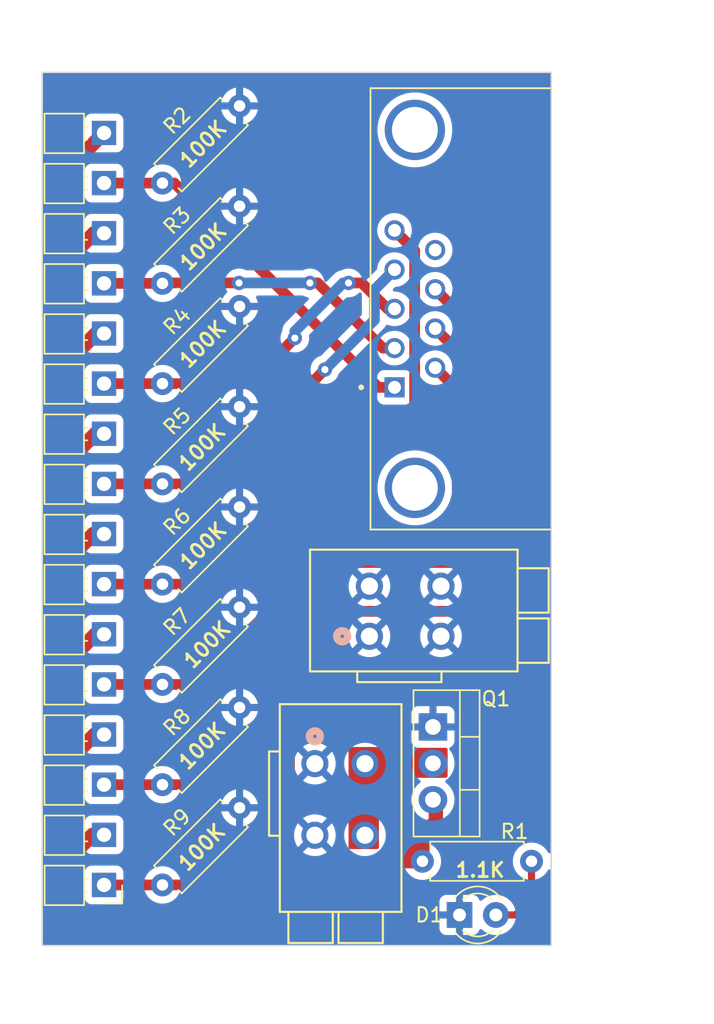
<source format=kicad_pcb>
(kicad_pcb (version 20241229) (generator "pcbnew") (generator_version "9.0")
  (layers (0 "F.Cu" signal) (2 "B.Cu" power) (13 "F.Paste" user) (15 "B.Paste" user) (5 "F.SilkS" user "F.Silkscreen") (7 "B.SilkS" user "B.Silkscreen") (1 "F.Mask" user) (3 "B.Mask" user) (25 "Edge.Cuts" user))
  (net 0 "")
  (net 1 "Net-(D1-A)")
  (net 2 "GND")
  (net 3 "CH_0b")
  (net 4 "CH_4b")
  (net 5 "CH_5b")
  (net 6 "CH_7b")
  (net 7 "CH_2b")
  (net 8 "CH_6b")
  (net 9 "CH_1b")
  (net 10 "CH_3b")
  (net 11 "PWR_IN")
  (net 12 "+24V")
  (footprint "Resistor_THT:R_Axial_DIN0207_L6.3mm_D2.5mm_P7.62mm_Horizontal" (layer "F.Cu") (at 33.8 75.13 45)
    (property "Reference" "R8" (at 3.81 -2.37 45) (layer "F.SilkS"))
    (property "Value" "100K")
    (fp_line (start 0.54 -1.37) (end 7.08 -1.37) (stroke (width 0.12)) (layer "F.SilkS"))
    (fp_line (start 0.54 -1.04) (end 0.54 -1.37) (stroke (width 0.12)) (layer "F.SilkS"))
    (fp_line (start 0.54 1.04) (end 0.54 1.37) (stroke (width 0.12)) (layer "F.SilkS"))
    (fp_line (start 0.54 1.37) (end 7.08 1.37) (stroke (width 0.12)) (layer "F.SilkS"))
    (fp_line (start 7.08 -1.37) (end 7.08 -1.04) (stroke (width 0.12)) (layer "F.SilkS"))
    (fp_line (start 7.08 1.37) (end 7.08 1.04) (stroke (width 0.12)) (layer "F.SilkS"))
    (pad "1" thru_hole circle (at 0 0 45) (size 1.6 1.6) (drill 0.8) (layers "*.Cu" "*.Mask") (net 8 "CH_6b"))
    (pad "2" thru_hole circle (at 7.62 0 45) (size 1.6 1.6) (drill 0.8) (layers "*.Cu" "*.Mask") (net 2 "GND"))
  )
  (footprint "Resistor_THT:R_Axial_DIN0207_L6.3mm_D2.5mm_P7.62mm_Horizontal" (layer "F.Cu") (at 33.8 68.13 45)
    (property "Reference" "R7" (at 3.81 -2.37 45) (layer "F.SilkS"))
    (property "Value" "100K")
    (fp_line (start 0.54 -1.37) (end 7.08 -1.37) (stroke (width 0.12)) (layer "F.SilkS"))
    (fp_line (start 0.54 -1.04) (end 0.54 -1.37) (stroke (width 0.12)) (layer "F.SilkS"))
    (fp_line (start 0.54 1.04) (end 0.54 1.37) (stroke (width 0.12)) (layer "F.SilkS"))
    (fp_line (start 0.54 1.37) (end 7.08 1.37) (stroke (width 0.12)) (layer "F.SilkS"))
    (fp_line (start 7.08 -1.37) (end 7.08 -1.04) (stroke (width 0.12)) (layer "F.SilkS"))
    (fp_line (start 7.08 1.37) (end 7.08 1.04) (stroke (width 0.12)) (layer "F.SilkS"))
    (pad "1" thru_hole circle (at 0 0 45) (size 1.6 1.6) (drill 0.8) (layers "*.Cu" "*.Mask") (net 5 "CH_5b"))
    (pad "2" thru_hole circle (at 7.62 0 45) (size 1.6 1.6) (drill 0.8) (layers "*.Cu" "*.Mask") (net 2 "GND"))
  )
  (footprint "Resistor_THT:R_Axial_DIN0207_L6.3mm_D2.5mm_P7.62mm_Horizontal" (layer "F.Cu") (at 33.8 47.13 45)
    (property "Reference" "R4" (at 3.81 -2.37 45) (layer "F.SilkS"))
    (property "Value" "100K")
    (fp_line (start 0.54 -1.37) (end 7.08 -1.37) (stroke (width 0.12)) (layer "F.SilkS"))
    (fp_line (start 0.54 -1.04) (end 0.54 -1.37) (stroke (width 0.12)) (layer "F.SilkS"))
    (fp_line (start 0.54 1.04) (end 0.54 1.37) (stroke (width 0.12)) (layer "F.SilkS"))
    (fp_line (start 0.54 1.37) (end 7.08 1.37) (stroke (width 0.12)) (layer "F.SilkS"))
    (fp_line (start 7.08 -1.37) (end 7.08 -1.04) (stroke (width 0.12)) (layer "F.SilkS"))
    (fp_line (start 7.08 1.37) (end 7.08 1.04) (stroke (width 0.12)) (layer "F.SilkS"))
    (pad "1" thru_hole circle (at 0 0 45) (size 1.6 1.6) (drill 0.8) (layers "*.Cu" "*.Mask") (net 7 "CH_2b"))
    (pad "2" thru_hole circle (at 7.62 0 45) (size 1.6 1.6) (drill 0.8) (layers "*.Cu" "*.Mask") (net 2 "GND"))
  )
  (footprint "Resistor_THT:R_Axial_DIN0207_L6.3mm_D2.5mm_P7.62mm_Horizontal" (layer "F.Cu") (at 33.8 61.13 45)
    (property "Reference" "R6" (at 3.81 -2.37 45) (layer "F.SilkS"))
    (property "Value" "100K")
    (fp_line (start 0.54 -1.37) (end 7.08 -1.37) (stroke (width 0.12)) (layer "F.SilkS"))
    (fp_line (start 0.54 -1.04) (end 0.54 -1.37) (stroke (width 0.12)) (layer "F.SilkS"))
    (fp_line (start 0.54 1.04) (end 0.54 1.37) (stroke (width 0.12)) (layer "F.SilkS"))
    (fp_line (start 0.54 1.37) (end 7.08 1.37) (stroke (width 0.12)) (layer "F.SilkS"))
    (fp_line (start 7.08 -1.37) (end 7.08 -1.04) (stroke (width 0.12)) (layer "F.SilkS"))
    (fp_line (start 7.08 1.37) (end 7.08 1.04) (stroke (width 0.12)) (layer "F.SilkS"))
    (pad "1" thru_hole circle (at 0 0 45) (size 1.6 1.6) (drill 0.8) (layers "*.Cu" "*.Mask") (net 4 "CH_4b"))
    (pad "2" thru_hole circle (at 7.62 0 45) (size 1.6 1.6) (drill 0.8) (layers "*.Cu" "*.Mask") (net 2 "GND"))
  )
  (footprint "Resistor_THT:R_Axial_DIN0207_L6.3mm_D2.5mm_P7.62mm_Horizontal" (layer "F.Cu") (at 33.8 82.13 45)
    (property "Reference" "R9" (at 3.81 -2.37 45) (layer "F.SilkS"))
    (property "Value" "100K")
    (fp_line (start 0.54 -1.37) (end 7.08 -1.37) (stroke (width 0.12)) (layer "F.SilkS"))
    (fp_line (start 0.54 -1.04) (end 0.54 -1.37) (stroke (width 0.12)) (layer "F.SilkS"))
    (fp_line (start 0.54 1.04) (end 0.54 1.37) (stroke (width 0.12)) (layer "F.SilkS"))
    (fp_line (start 0.54 1.37) (end 7.08 1.37) (stroke (width 0.12)) (layer "F.SilkS"))
    (fp_line (start 7.08 -1.37) (end 7.08 -1.04) (stroke (width 0.12)) (layer "F.SilkS"))
    (fp_line (start 7.08 1.37) (end 7.08 1.04) (stroke (width 0.12)) (layer "F.SilkS"))
    (pad "1" thru_hole circle (at 0 0 45) (size 1.6 1.6) (drill 0.8) (layers "*.Cu" "*.Mask") (net 6 "CH_7b"))
    (pad "2" thru_hole circle (at 7.62 0 45) (size 1.6 1.6) (drill 0.8) (layers "*.Cu" "*.Mask") (net 2 "GND"))
  )
  (footprint "Package_TO_SOT_THT:TO-220-3_Vertical" (layer "F.Cu") (at 52.7 71.1 -90)
    (property "Reference" "Q1" (at -1.96 -4.4 0) (layer "F.SilkS"))
    (property "Value" "FQP27P06")
    (fp_line (start -2.57 1.36) (end 7.65 1.36) (stroke (width 0.12)) (layer "F.SilkS"))
    (fp_line (start -2.57 -1.88) (end 7.65 -1.88) (stroke (width 0.12)) (layer "F.SilkS"))
    (fp_line (start 0.69 -3.26) (end 0.69 -1.88) (stroke (width 0.12)) (layer "F.SilkS"))
    (fp_line (start 4.39 -3.26) (end 4.39 -1.88) (stroke (width 0.12)) (layer "F.SilkS"))
    (fp_line (start 7.65 -3.26) (end 7.65 1.36) (stroke (width 0.12)) (layer "F.SilkS"))
    (fp_line (start -2.57 -3.260001) (end -2.57 1.36) (stroke (width 0.12)) (layer "F.SilkS"))
    (fp_line (start -2.57 -3.260001) (end 7.65 -3.26) (stroke (width 0.12)) (layer "F.SilkS"))
    (pad "1" thru_hole rect (at 0 0 270) (size 1.905 2) (drill 1.1) (layers "*.Cu" "*.Mask") (net 2 "GND"))
    (pad "2" thru_hole oval (at 2.54 0 270) (size 1.905 2) (drill 1.1) (layers "*.Cu" "*.Mask") (net 11 "PWR_IN"))
    (pad "3" thru_hole oval (at 5.079999 0 270) (size 1.905 2) (drill 1.1) (layers "*.Cu" "*.Mask") (net 12 "+24V"))
  )
  (footprint "LED_THT:LED_D3.0mm_FlatTop" (layer "F.Cu") (at 54.555 84.225)
    (property "Reference" "D1" (at -2.105 0 0) (layer "F.SilkS"))
    (property "Value" "LED")
    (fp_line (start -0.29 -1.236) (end -0.29 -1.08) (stroke (width 0.12)) (layer "F.SilkS"))
    (fp_line (start -0.29 1.08) (end -0.29 1.236) (stroke (width 0.12)) (layer "F.SilkS"))
    (fp_arc (start -0.29 -1.235516) (mid 1.36566 -1.987699) (end 2.941437 -1.08) (stroke (width 0.12)) (layer "F.SilkS"))
    (fp_arc (start 0.229039 -1.08) (mid 1.27 -1.5) (end 2.310961 -1.08) (stroke (width 0.12)) (layer "F.SilkS"))
    (fp_arc (start 2.310961 1.08) (mid 1.27 1.5) (end 0.229039 1.08) (stroke (width 0.12)) (layer "F.SilkS"))
    (fp_arc (start 2.941437 1.08) (mid 1.36566 1.987699) (end -0.29 1.235516) (stroke (width 0.12)) (layer "F.SilkS"))
    (pad "1" thru_hole rect (at 0 0) (size 1.8 1.8) (drill 0.9) (layers "*.Cu" "*.Mask") (net 2 "GND"))
    (pad "2" thru_hole circle (at 2.54 0) (size 1.8 1.8) (drill 0.9) (layers "*.Cu" "*.Mask") (net 1 "Net-(D1-A)"))
  )
  (footprint "Resistor_THT:R_Axial_DIN0207_L6.3mm_D2.5mm_P7.62mm_Horizontal" (layer "F.Cu") (at 33.8 54.13 45)
    (property "Reference" "R5" (at 3.81 -2.37 45) (layer "F.SilkS"))
    (property "Value" "100K")
    (fp_line (start 0.54 -1.37) (end 7.08 -1.37) (stroke (width 0.12)) (layer "F.SilkS"))
    (fp_line (start 0.54 -1.04) (end 0.54 -1.37) (stroke (width 0.12)) (layer "F.SilkS"))
    (fp_line (start 0.54 1.04) (end 0.54 1.37) (stroke (width 0.12)) (layer "F.SilkS"))
    (fp_line (start 0.54 1.37) (end 7.08 1.37) (stroke (width 0.12)) (layer "F.SilkS"))
    (fp_line (start 7.08 -1.37) (end 7.08 -1.04) (stroke (width 0.12)) (layer "F.SilkS"))
    (fp_line (start 7.08 1.37) (end 7.08 1.04) (stroke (width 0.12)) (layer "F.SilkS"))
    (pad "1" thru_hole circle (at 0 0 45) (size 1.6 1.6) (drill 0.8) (layers "*.Cu" "*.Mask") (net 10 "CH_3b"))
    (pad "2" thru_hole circle (at 7.62 0 45) (size 1.6 1.6) (drill 0.8) (layers "*.Cu" "*.Mask") (net 2 "GND"))
  )
  (footprint "Conn3.5MMPins:01x16 Horiz Pins" (layer "F.Cu") (at 29.718 55.88 180)
    (property "Reference" "J2" (hide yes))
    (property "Value" "TO_NI_MODULE")
    (fp_line (start 4.16 27.6) (end 4.16 24.84) (stroke (width 0.12)) (layer "F.SilkS"))
    (fp_line (start 4.16 24.84) (end 1.4 24.84) (stroke (width 0.12)) (layer "F.SilkS"))
    (fp_line (start 4.16 24.1) (end 4.16 21.34) (stroke (width 0.12)) (layer "F.SilkS"))
    (fp_line (start 4.16 21.34) (end 1.4 21.34) (stroke (width 0.12)) (layer "F.SilkS"))
    (fp_line (start 4.16 20.6) (end 4.16 17.84) (stroke (width 0.12)) (layer "F.SilkS"))
    (fp_line (start 4.16 17.84) (end 1.4 17.84) (stroke (width 0.12)) (layer "F.SilkS"))
    (fp_line (start 4.16 17.1) (end 4.16 14.34) (stroke (width 0.12)) (layer "F.SilkS"))
    (fp_line (start 4.16 14.34) (end 1.4 14.34) (stroke (width 0.12)) (layer "F.SilkS"))
    (fp_line (start 4.16 13.6) (end 4.16 10.84) (stroke (width 0.12)) (layer "F.SilkS"))
    (fp_line (start 4.16 10.84) (end 1.4 10.84) (stroke (width 0.12)) (layer "F.SilkS"))
    (fp_line (start 4.16 10.1) (end 4.16 7.34) (stroke (width 0.12)) (layer "F.SilkS"))
    (fp_line (start 4.16 7.34) (end 1.4 7.34) (stroke (width 0.12)) (layer "F.SilkS"))
    (fp_line (start 4.16 6.6) (end 4.16 3.84) (stroke (width 0.12)) (layer "F.SilkS"))
    (fp_line (start 4.16 3.84) (end 1.4 3.84) (stroke (width 0.12)) (layer "F.SilkS"))
    (fp_line (start 4.16 3.1) (end 4.16 0.34) (stroke (width 0.12)) (layer "F.SilkS"))
    (fp_line (start 4.16 0.34) (end 1.4 0.34) (stroke (width 0.12)) (layer "F.SilkS"))
    (fp_line (start 4.16 -0.4) (end 4.16 -3.16) (stroke (width 0.12)) (layer "F.SilkS"))
    (fp_line (start 4.16 -3.16) (end 1.4 -3.16) (stroke (width 0.12)) (layer "F.SilkS"))
    (fp_line (start 4.16 -3.9) (end 4.16 -6.66) (stroke (width 0.12)) (layer "F.SilkS"))
    (fp_line (start 4.16 -6.66) (end 1.4 -6.66) (stroke (width 0.12)) (layer "F.SilkS"))
    (fp_line (start 4.16 -7.4) (end 4.16 -10.16) (stroke (width 0.12)) (layer "F.SilkS"))
    (fp_line (start 4.16 -10.16) (end 1.4 -10.16) (stroke (width 0.12)) (layer "F.SilkS"))
    (fp_line (start 4.16 -10.9) (end 4.16 -13.66) (stroke (width 0.12)) (layer "F.SilkS"))
    (fp_line (start 4.16 -13.66) (end 1.4 -13.66) (stroke (width 0.12)) (layer "F.SilkS"))
    (fp_line (start 4.16 -14.4) (end 4.16 -17.16) (stroke (width 0.12)) (layer "F.SilkS"))
    (fp_line (start 4.16 -17.16) (end 1.4 -17.16) (stroke (width 0.12)) (layer "F.SilkS"))
    (fp_line (start 4.16 -17.9) (end 4.16 -20.66) (stroke (width 0.12)) (layer "F.SilkS"))
    (fp_line (start 4.16 -20.66) (end 1.4 -20.66) (stroke (width 0.12)) (layer "F.SilkS"))
    (fp_line (start 4.15 -21.4) (end 4.15 -24.16) (stroke (width 0.12)) (layer "F.SilkS"))
    (fp_line (start 4.15 -24.16) (end 1.39 -24.16) (stroke (width 0.12)) (layer "F.SilkS"))
    (fp_line (start 4.15 -24.9) (end 4.15 -27.66) (stroke (width 0.12)) (layer "F.SilkS"))
    (fp_line (start 4.15 -27.66) (end 1.39 -27.66) (stroke (width 0.12)) (layer "F.SilkS"))
    (fp_line (start 1.4 27.6) (end 4.16 27.6) (stroke (width 0.12)) (layer "F.SilkS"))
    (fp_line (start 1.4 24.84) (end 1.4 27.6) (stroke (width 0.12)) (layer "F.SilkS"))
    (fp_line (start 1.4 24.1) (end 4.16 24.1) (stroke (width 0.12)) (layer "F.SilkS"))
    (fp_line (start 1.4 21.34) (end 1.4 24.1) (stroke (width 0.12)) (layer "F.SilkS"))
    (fp_line (start 1.4 20.6) (end 4.16 20.6) (stroke (width 0.12)) (layer "F.SilkS"))
    (fp_line (start 1.4 17.84) (end 1.4 20.6) (stroke (width 0.12)) (layer "F.SilkS"))
    (fp_line (start 1.4 17.1) (end 4.16 17.1) (stroke (width 0.12)) (layer "F.SilkS"))
    (fp_line (start 1.4 14.34) (end 1.4 17.1) (stroke (width 0.12)) (layer "F.SilkS"))
    (fp_line (start 1.4 13.6) (end 4.16 13.6) (stroke (width 0.12)) (layer "F.SilkS"))
    (fp_line (start 1.4 10.84) (end 1.4 13.6) (stroke (width 0.12)) (layer "F.SilkS"))
    (fp_line (start 1.4 10.1) (end 4.16 10.1) (stroke (width 0.12)) (layer "F.SilkS"))
    (fp_line (start 1.4 7.34) (end 1.4 10.1) (stroke (width 0.12)) (layer "F.SilkS"))
    (fp_line (start 1.4 6.6) (end 4.16 6.6) (stroke (width 0.12)) (layer "F.SilkS"))
    (fp_line (start 1.4 3.84) (end 1.4 6.6) (stroke (width 0.12)) (layer "F.SilkS"))
    (fp_line (start 1.4 3.1) (end 4.16 3.1) (stroke (width 0.12)) (layer "F.SilkS"))
    (fp_line (start 1.4 0.34) (end 1.4 3.1) (stroke (width 0.12)) (layer "F.SilkS"))
    (fp_line (start 1.4 -0.4) (end 4.16 -0.4) (stroke (width 0.12)) (layer "F.SilkS"))
    (fp_line (start 1.4 -3.16) (end 1.4 -0.4) (stroke (width 0.12)) (layer "F.SilkS"))
    (fp_line (start 1.4 -3.9) (end 4.16 -3.9) (stroke (width 0.12)) (layer "F.SilkS"))
    (fp_line (start 1.4 -6.66) (end 1.4 -3.9) (stroke (width 0.12)) (layer "F.SilkS"))
    (fp_line (start 1.4 -7.4) (end 4.16 -7.4) (stroke (width 0.12)) (layer "F.SilkS"))
    (fp_line (start 1.4 -10.16) (end 1.4 -7.4) (stroke (width 0.12)) (layer "F.SilkS"))
    (fp_line (start 1.4 -10.9) (end 4.16 -10.9) (stroke (width 0.12)) (layer "F.SilkS"))
    (fp_line (start 1.4 -13.66) (end 1.4 -10.9) (stroke (width 0.12)) (layer "F.SilkS"))
    (fp_line (start 1.4 -14.4) (end 4.16 -14.4) (stroke (width 0.12)) (layer "F.SilkS"))
    (fp_line (start 1.4 -17.16) (end 1.4 -14.4) (stroke (width 0.12)) (layer "F.SilkS"))
    (fp_line (start 1.4 -17.9) (end 4.16 -17.9) (stroke (width 0.12)) (layer "F.SilkS"))
    (fp_line (start 1.4 -20.66) (end 1.4 -17.9) (stroke (width 0.12)) (layer "F.SilkS"))
    (fp_line (start 1.39 -21.4) (end 4.15 -21.4) (stroke (width 0.12)) (layer "F.SilkS"))
    (fp_line (start 1.39 -24.16) (end 1.39 -21.4) (stroke (width 0.12)) (layer "F.SilkS"))
    (fp_line (start 1.39 -24.9) (end 4.15 -24.9) (stroke (width 0.12)) (layer "F.SilkS"))
    (fp_line (start 1.39 -27.66) (end 1.39 -24.9) (stroke (width 0.12)) (layer "F.SilkS"))
    (fp_line (start 1.17 26.65) (end 1.4 26.65) (stroke (width 0.12)) (layer "F.SilkS"))
    (fp_line (start 1.17 25.79) (end 1.4 25.79) (stroke (width 0.12)) (layer "F.SilkS"))
    (fp_line (start 1.17 23.15) (end 1.4 23.15) (stroke (width 0.12)) (layer "F.SilkS"))
    (fp_line (start 1.17 22.29) (end 1.4 22.29) (stroke (width 0.12)) (layer "F.SilkS"))
    (fp_line (start 1.17 19.65) (end 1.4 19.65) (stroke (width 0.12)) (layer "F.SilkS"))
    (fp_line (start 1.17 18.79) (end 1.4 18.79) (stroke (width 0.12)) (layer "F.SilkS"))
    (fp_line (start 1.17 16.15) (end 1.4 16.15) (stroke (width 0.12)) (layer "F.SilkS"))
    (fp_line (start 1.17 15.29) (end 1.4 15.29) (stroke (width 0.12)) (layer "F.SilkS"))
    (fp_line (start 1.17 12.65) (end 1.4 12.65) (stroke (width 0.12)) (layer "F.SilkS"))
    (fp_line (start 1.17 11.79) (end 1.4 11.79) (stroke (width 0.12)) (layer "F.SilkS"))
    (fp_line (start 1.17 9.15) (end 1.4 9.15) (stroke (width 0.12)) (layer "F.SilkS"))
    (fp_line (start 1.17 8.29) (end 1.4 8.29) (stroke (width 0.12)) (layer "F.SilkS"))
    (fp_line (start 1.17 5.65) (end 1.4 5.65) (stroke (width 0.12)) (layer "F.SilkS"))
    (fp_line (start 1.17 4.79) (end 1.4 4.79) (stroke (width 0.12)) (layer "F.SilkS"))
    (fp_line (start 1.17 2.15) (end 1.4 2.15) (stroke (width 0.12)) (layer "F.SilkS"))
    (fp_line (start 1.17 1.29) (end 1.4 1.29) (stroke (width 0.12)) (layer "F.SilkS"))
    (fp_line (start 1.17 -1.35) (end 1.4 -1.35) (stroke (width 0.12)) (layer "F.SilkS"))
    (fp_line (start 1.17 -2.21) (end 1.4 -2.21) (stroke (width 0.12)) (layer "F.SilkS"))
    (fp_line (start 1.17 -4.85) (end 1.4 -4.85) (stroke (width 0.12)) (layer "F.SilkS"))
    (fp_line (start 1.17 -5.71) (end 1.4 -5.71) (stroke (width 0.12)) (layer "F.SilkS"))
    (fp_line (start 1.17 -8.35) (end 1.4 -8.35) (stroke (width 0.12)) (layer "F.SilkS"))
    (fp_line (start 1.17 -9.21) (end 1.4 -9.21) (stroke (width 0.12)) (layer "F.SilkS"))
    (fp_line (start 1.17 -11.85) (end 1.4 -11.85) (stroke (width 0.12)) (layer "F.SilkS"))
    (fp_line (start 1.17 -12.71) (end 1.4 -12.71) (stroke (width 0.12)) (layer "F.SilkS"))
    (fp_line (start 1.17 -15.35) (end 1.4 -15.35) (stroke (width 0.12)) (layer "F.SilkS"))
    (fp_line (start 1.17 -16.21) (end 1.4 -16.21) (stroke (width 0.12)) (layer "F.SilkS"))
    (fp_line (start 1.17 -18.85) (end 1.4 -18.85) (stroke (width 0.12)) (layer "F.SilkS"))
    (fp_line (start 1.17 -19.71) (end 1.4 -19.71) (stroke (width 0.12)) (layer "F.SilkS"))
    (fp_line (start 1.16 -22.35) (end 1.39 -22.35) (stroke (width 0.12)) (layer "F.SilkS"))
    (fp_line (start 1.16 -23.21) (end 1.39 -23.21) (stroke (width 0.12)) (layer "F.SilkS"))
    (fp_line (start 1.16 -25.85) (end 1.39 -25.85) (stroke (width 0.12)) (layer "F.SilkS"))
    (fp_line (start 1.16 -26.71) (end 1.39 -26.71) (stroke (width 0.12)) (layer "F.SilkS"))
    (fp_line (start -1.27 -26.28) (end -1.27 -27.55) (stroke (width 0.12)) (layer "F.SilkS"))
    (fp_line (start -1.27 -27.55) (end 0 -27.55) (stroke (width 0.12)) (layer "F.SilkS"))
    (pad "1" thru_hole rect (at 0 26.25) (size 1.7 1.7) (drill 1) (layers "*.Cu" "*.Mask") (net 12 "+24V"))
    (pad "2" thru_hole rect (at 0 22.75) (size 1.7 1.7) (drill 1) (layers "*.Cu" "*.Mask") (net 3 "CH_0b"))
    (pad "3" thru_hole rect (at 0 19.25) (size 1.7 1.7) (drill 1) (layers "*.Cu" "*.Mask") (net 12 "+24V"))
    (pad "4" thru_hole rect (at 0 15.75) (size 1.7 1.7) (drill 1) (layers "*.Cu" "*.Mask") (net 9 "CH_1b"))
    (pad "5" thru_hole rect (at 0 12.25) (size 1.7 1.7) (drill 1) (layers "*.Cu" "*.Mask") (net 12 "+24V"))
    (pad "6" thru_hole rect (at 0 8.75) (size 1.7 1.7) (drill 1) (layers "*.Cu" "*.Mask") (net 7 "CH_2b"))
    (pad "7" thru_hole rect (at 0 5.25) (size 1.7 1.7) (drill 1) (layers "*.Cu" "*.Mask") (net 12 "+24V"))
    (pad "8" thru_hole rect (at 0 1.75) (size 1.7 1.7) (drill 1) (layers "*.Cu" "*.Mask") (net 10 "CH_3b"))
    (pad "9" thru_hole rect (at 0 -1.75) (size 1.7 1.7) (drill 1) (layers "*.Cu" "*.Mask") (net 12 "+24V"))
    (pad "10" thru_hole rect (at 0 -5.25) (size 1.7 1.7) (drill 1) (layers "*.Cu" "*.Mask") (net 4 "CH_4b"))
    (pad "11" thru_hole rect (at 0 -8.75) (size 1.7 1.7) (drill 1) (layers "*.Cu" "*.Mask") (net 12 "+24V"))
    (pad "12" thru_hole rect (at 0 -12.25) (size 1.7 1.7) (drill 1) (layers "*.Cu" "*.Mask") (net 5 "CH_5b"))
    (pad "13" thru_hole rect (at 0 -15.75) (size 1.7 1.7) (drill 1) (layers "*.Cu" "*.Mask") (net 12 "+24V"))
    (pad "14" thru_hole rect (at 0 -19.25) (size 1.7 1.7) (drill 1) (layers "*.Cu" "*.Mask") (net 8 "CH_6b"))
    (pad "15" thru_hole rect (at 0 -22.75) (size 1.7 1.7) (drill 1) (layers "*.Cu" "*.Mask") (net 12 "+24V"))
    (pad "16" thru_hole rect (at 0 -26.25) (size 1.7 1.7) (drill 1) (layers "*.Cu" "*.Mask") (net 6 "CH_7b"))
  )
  (footprint "LD09P33E4GV00LF:AMPHENOL_LD09P33E4GV00LF" (layer "F.Cu") (at 51.435 41.91 90)
    (property "Reference" "J3" (hide yes))
    (property "Value" "LD09P33E4GV00LF")
    (fp_line (start -15.405 -3.1) (end 15.405 -3.1) (stroke (width 0.127)) (layer "F.SilkS"))
    (fp_line (start 15.405 9.499999) (end 15.405 -3.1) (stroke (width 0.127)) (layer "F.SilkS"))
    (fp_line (start -15.405 9.499999) (end -15.405 -3.1) (stroke (width 0.127)) (layer "F.SilkS"))
    (fp_circle (center -5.48 -3.75) (end -5.38 -3.75) (stroke (width 0.2)) (fill no) (layer "F.SilkS"))
    (pad "1" thru_hole rect (at -5.48 -1.42 90) (size 1.408 1.408) (drill 0.9) (layers "*.Cu" "*.Mask") (net 3 "CH_0b"))
    (pad "2" thru_hole circle (at -2.74 -1.42 90) (size 1.408 1.408) (drill 0.9) (layers "*.Cu" "*.Mask") (net 9 "CH_1b"))
    (pad "3" thru_hole circle (at 0 -1.420001 90) (size 1.408 1.408) (drill 0.9) (layers "*.Cu" "*.Mask") (net 7 "CH_2b"))
    (pad "4" thru_hole circle (at 2.74 -1.42 90) (size 1.408 1.408) (drill 0.9) (layers "*.Cu" "*.Mask") (net 10 "CH_3b"))
    (pad "5" thru_hole circle (at 5.48 -1.42 90) (size 1.408 1.408) (drill 0.9) (layers "*.Cu" "*.Mask") (net 4 "CH_4b"))
    (pad "6" thru_hole circle (at -4.109999 1.42 90) (size 1.408 1.408) (drill 0.9) (layers "*.Cu" "*.Mask") (net 5 "CH_5b"))
    (pad "7" thru_hole circle (at -1.37 1.42 90) (size 1.408 1.408) (drill 0.9) (layers "*.Cu" "*.Mask") (net 8 "CH_6b"))
    (pad "8" thru_hole circle (at 1.37 1.42 90) (size 1.408 1.408) (drill 0.9) (layers "*.Cu" "*.Mask") (net 6 "CH_7b"))
    (pad "9" thru_hole circle (at 4.109999 1.42 90) (size 1.408 1.408) (drill 0.9) (layers "*.Cu" "*.Mask"))
    (pad "SH1" thru_hole circle (at -12.495 0 90) (size 4.216 4.216) (drill 3.2) (layers "*.Cu" "*.Mask"))
    (pad "SH2" thru_hole circle (at 12.495 0 90) (size 4.216 4.216) (drill 3.2) (layers "*.Cu" "*.Mask"))
  )
  (footprint "Resistor_THT:R_Axial_DIN0207_L6.3mm_D2.5mm_P7.62mm_Horizontal" (layer "F.Cu") (at 33.8 33.13 45)
    (property "Reference" "R2" (at 3.81 -2.37 45) (layer "F.SilkS"))
    (property "Value" "100K")
    (fp_line (start 0.54 -1.37) (end 7.08 -1.37) (stroke (width 0.12)) (layer "F.SilkS"))
    (fp_line (start 0.54 -1.04) (end 0.54 -1.37) (stroke (width 0.12)) (layer "F.SilkS"))
    (fp_line (start 0.54 1.04) (end 0.54 1.37) (stroke (width 0.12)) (layer "F.SilkS"))
    (fp_line (start 0.54 1.37) (end 7.08 1.37) (stroke (width 0.12)) (layer "F.SilkS"))
    (fp_line (start 7.08 -1.37) (end 7.08 -1.04) (stroke (width 0.12)) (layer "F.SilkS"))
    (fp_line (start 7.08 1.37) (end 7.08 1.04) (stroke (width 0.12)) (layer "F.SilkS"))
    (pad "1" thru_hole circle (at 0 0 45) (size 1.6 1.6) (drill 0.8) (layers "*.Cu" "*.Mask") (net 3 "CH_0b"))
    (pad "2" thru_hole circle (at 7.62 0 45) (size 1.6 1.6) (drill 0.8) (layers "*.Cu" "*.Mask") (net 2 "GND"))
  )
  (footprint "Resistor_THT:R_Axial_DIN0207_L6.3mm_D2.5mm_P7.62mm_Horizontal" (layer "F.Cu") (at 33.8 40.13 45)
    (property "Reference" "R3" (at 3.81 -2.37 45) (layer "F.SilkS"))
    (property "Value" "100K")
    (fp_line (start 0.54 -1.37) (end 7.08 -1.37) (stroke (width 0.12)) (layer "F.SilkS"))
    (fp_line (start 0.54 -1.04) (end 0.54 -1.37) (stroke (width 0.12)) (layer "F.SilkS"))
    (fp_line (start 0.54 1.04) (end 0.54 1.37) (stroke (width 0.12)) (layer "F.SilkS"))
    (fp_line (start 0.54 1.37) (end 7.08 1.37) (stroke (width 0.12)) (layer "F.SilkS"))
    (fp_line (start 7.08 -1.37) (end 7.08 -1.04) (stroke (width 0.12)) (layer "F.SilkS"))
    (fp_line (start 7.08 1.37) (end 7.08 1.04) (stroke (width 0.12)) (layer "F.SilkS"))
    (pad "1" thru_hole circle (at 0 0 45) (size 1.6 1.6) (drill 0.8) (layers "*.Cu" "*.Mask") (net 9 "CH_1b"))
    (pad "2" thru_hole circle (at 7.62 0 45) (size 1.6 1.6) (drill 0.8) (layers "*.Cu" "*.Mask") (net 2 "GND"))
  )
  (footprint "2601_1102:CONN2_2601-1102_WAG" (layer "F.Cu") (at 48.26 64.77 90)
    (property "Reference" "J4" (hide yes))
    (property "Value" "GND PINS")
    (fp_line (start 6.05 -4.149999) (end 6.05 10.349999) (stroke (width 0.1524)) (layer "F.SilkS"))
    (fp_line (start -2.45 -4.149999) (end 6.05 -4.149999) (stroke (width 0.1524)) (layer "F.SilkS"))
    (fp_line (start -2.449999 -0.849998) (end -3.2 -0.849998) (stroke (width 0.1524)) (layer "F.SilkS"))
    (fp_line (start -2.449999 5.034001) (end -3.2 5.034001) (stroke (width 0.1524)) (layer "F.SilkS"))
    (fp_line (start -3.2 5.034001) (end -3.2 -0.849998) (stroke (width 0.1524)) (layer "F.SilkS"))
    (fp_line (start -2.45 10.349999) (end -2.45 -4.149999) (stroke (width 0.1524)) (layer "F.SilkS"))
    (fp_line (start -2.45 10.349999) (end 6.05 10.349999) (stroke (width 0.1524)) (layer "F.SilkS"))
    (fp_line (start 4.75 10.35) (end 4.75 12.524999) (stroke (width 0.1524)) (layer "F.SilkS"))
    (fp_line (start 1.650001 10.35) (end 1.650001 12.524999) (stroke (width 0.1524)) (layer "F.SilkS"))
    (fp_line (start 1.249999 10.35) (end 1.249999 12.524999) (stroke (width 0.1524)) (layer "F.SilkS"))
    (fp_line (start -1.85 10.35) (end -1.85 12.524999) (stroke (width 0.1524)) (layer "F.SilkS"))
    (fp_line (start 1.650001 12.524999) (end 4.75 12.524999) (stroke (width 0.1524)) (layer "F.SilkS"))
    (fp_line (start -1.85 12.524999) (end 1.249999 12.524999) (stroke (width 0.1524)) (layer "F.SilkS"))
    (fp_circle (center 0 -1.9) (end 0.381 -1.9) (stroke (width 0.508)) (fill no) (layer "F.SilkS"))
    (fp_circle (center 0 -1.9) (end 0.381 -1.9) (stroke (width 0.508)) (fill no) (layer "B.SilkS"))
    (pad "1" thru_hole circle (at 0 0 90) (size 1.9 1.9) (drill 1.2) (layers "*.Cu" "*.Mask") (net 2 "GND"))
    (pad "2" thru_hole circle (at 0 5 90) (size 1.9 1.9) (drill 1.2) (layers "*.Cu" "*.Mask") (net 2 "GND"))
    (pad "3" thru_hole circle (at 3.5 0 90) (size 1.9 1.9) (drill 1.2) (layers "*.Cu" "*.Mask") (net 2 "GND"))
    (pad "4" thru_hole circle (at 3.5 5 90) (size 1.9 1.9) (drill 1.2) (layers "*.Cu" "*.Mask") (net 2 "GND"))
  )
  (footprint "2601_1102:CONN2_2601-1102_WAG" (layer "F.Cu") (at 44.45 73.66)
    (property "Reference" "J1" (hide yes))
    (property "Value" "24V_IN")
    (fp_line (start -3.2 5.034001) (end -3.2 -0.849998) (stroke (width 0.1524)) (layer "F.SilkS"))
    (fp_line (start -2.45 -4.149999) (end 6.05 -4.149999) (stroke (width 0.1524)) (layer "F.SilkS"))
    (fp_line (start -2.45 10.349999) (end -2.45 -4.149999) (stroke (width 0.1524)) (layer "F.SilkS"))
    (fp_line (start -2.45 10.349999) (end 6.05 10.349999) (stroke (width 0.1524)) (layer "F.SilkS"))
    (fp_line (start -2.449999 -0.849998) (end -3.2 -0.849998) (stroke (width 0.1524)) (layer "F.SilkS"))
    (fp_line (start -2.449999 5.034001) (end -3.2 5.034001) (stroke (width 0.1524)) (layer "F.SilkS"))
    (fp_line (start -1.85 10.35) (end -1.85 12.524999) (stroke (width 0.1524)) (layer "F.SilkS"))
    (fp_line (start -1.85 12.524999) (end 1.249999 12.524999) (stroke (width 0.1524)) (layer "F.SilkS"))
    (fp_line (start 1.249999 10.35) (end 1.249999 12.524999) (stroke (width 0.1524)) (layer "F.SilkS"))
    (fp_line (start 1.650001 10.35) (end 1.650001 12.524999) (stroke (width 0.1524)) (layer "F.SilkS"))
    (fp_line (start 1.650001 12.524999) (end 4.75 12.524999) (stroke (width 0.1524)) (layer "F.SilkS"))
    (fp_line (start 4.75 10.35) (end 4.75 12.524999) (stroke (width 0.1524)) (layer "F.SilkS"))
    (fp_line (start 6.05 -4.149999) (end 6.05 10.349999) (stroke (width 0.1524)) (layer "F.SilkS"))
    (fp_circle (center 0 -1.9) (end 0.381 -1.9) (stroke (width 0.508)) (fill no) (layer "F.SilkS"))
    (fp_circle (center 0 -1.9) (end 0.381 -1.9) (stroke (width 0.508)) (fill no) (layer "B.SilkS"))
    (pad "1" thru_hole circle (at 0 0) (size 1.9 1.9) (drill 1.2) (layers "*.Cu" "*.Mask") (net 2 "GND"))
    (pad "2" thru_hole circle (at 0 5) (size 1.9 1.9) (drill 1.2) (layers "*.Cu" "*.Mask") (net 2 "GND"))
    (pad "3" thru_hole circle (at 3.5 0) (size 1.9 1.9) (drill 1.2) (layers "*.Cu" "*.Mask") (net 11 "PWR_IN"))
    (pad "4" thru_hole circle (at 3.5 5) (size 1.9 1.9) (drill 1.2) (layers "*.Cu" "*.Mask") (net 11 "PWR_IN"))
  )
  (footprint "Resistor_THT:R_Axial_DIN0207_L6.3mm_D2.5mm_P7.62mm_Horizontal" (layer "F.Cu") (at 51.965 80.475)
    (property "Reference" "R1" (at 6.435 -2.075 180) (layer "F.SilkS"))
    (property "Value" "1.1K")
    (fp_line (start 0.54 -1.37) (end 7.08 -1.37) (stroke (width 0.12)) (layer "F.SilkS"))
    (fp_line (start 0.54 -1.04) (end 0.54 -1.37) (stroke (width 0.12)) (layer "F.SilkS"))
    (fp_line (start 0.54 1.04) (end 0.54 1.37) (stroke (width 0.12)) (layer "F.SilkS"))
    (fp_line (start 0.54 1.37) (end 7.08 1.37) (stroke (width 0.12)) (layer "F.SilkS"))
    (fp_line (start 7.08 -1.37) (end 7.08 -1.04) (stroke (width 0.12)) (layer "F.SilkS"))
    (fp_line (start 7.08 1.37) (end 7.08 1.04) (stroke (width 0.12)) (layer "F.SilkS"))
    (pad "1" thru_hole circle (at 0 0) (size 1.6 1.6) (drill 0.8) (layers "*.Cu" "*.Mask") (net 12 "+24V"))
    (pad "2" thru_hole circle (at 7.62 0) (size 1.6 1.6) (drill 0.8) (layers "*.Cu" "*.Mask") (net 1 "Net-(D1-A)"))
  )
  (gr_rect (start 25.4 25.4) (end 60.96 86.36) (stroke (width 0.1)) (fill no) (layer "Edge.Cuts"))
  (gr_text "1.1K" (at 54.175 81.675 0) (layer "F.SilkS") (effects (font (size 1 1) (thickness 0.2) (bold yes)) (justify left bottom)))
  (gr_text "100K" (at 35.6 39.45 45) (layer "F.SilkS") (effects (font (size 1 1) (thickness 0.2) (bold yes)) (justify left bottom)))
  (gr_text "100K" (at 35.575 46.25 45) (layer "F.SilkS") (effects (font (size 1 1) (thickness 0.2) (bold yes)) (justify left bottom)))
  (gr_text "100K" (at 35.6 60.325 45) (layer "F.SilkS") (effects (font (size 1 1) (thickness 0.2) (bold yes)) (justify left bottom)))
  (gr_text "100K" (at 35.875 67.225 45) (layer "F.SilkS") (effects (font (size 1 1) (thickness 0.2) (bold yes)) (justify left bottom)))
  (gr_text "100K" (at 35.525 53.45 45) (layer "F.SilkS") (effects (font (size 1 1) (thickness 0.2) (bold yes)) (justify left bottom)))
  (gr_text "100K" (at 35.5 81.375 45) (layer "F.SilkS") (effects (font (size 1 1) (thickness 0.2) (bold yes)) (justify left bottom)))
  (gr_text "100K" (at 35.525 74.3 45) (layer "F.SilkS") (effects (font (size 1 1) (thickness 0.2) (bold yes)) (justify left bottom)))
  (gr_text "100K" (at 35.6 32.275 45) (layer "F.SilkS") (effects (font (size 1 1) (thickness 0.2) (bold yes)) (justify left bottom)))
  (segment (start 59.585 83.115) (end 58.475 84.225) (width 0.5) (layer "F.Cu") (net 1))
  (segment (start 59.585 80.475) (end 59.585 83.115) (width 0.5) (layer "F.Cu") (net 1))
  (segment (start 58.475 84.225) (end 57.095 84.225) (width 0.5) (layer "F.Cu") (net 1))
  (segment (start 48.89 47.39) (end 50.015 47.39) (width 0.75) (layer "F.Cu") (net 3))
  (segment (start 29.718 33.13) (end 33.8 33.13) (width 0.75) (layer "F.Cu") (net 3))
  (segment (start 33.8 33.13) (end 34.63 33.13) (width 0.75) (layer "F.Cu") (net 3))
  (segment (start 34.63 33.13) (end 48.89 47.39) (width 0.75) (layer "F.Cu") (net 3))
  (segment (start 51.42 48.795) (end 39.085 61.13) (width 0.75) (layer "F.Cu") (net 4))
  (segment (start 39.085 61.13) (end 33.8 61.13) (width 0.75) (layer "F.Cu") (net 4))
  (segment (start 50.015 36.43) (end 51.42 37.835) (width 0.75) (layer "F.Cu") (net 4))
  (segment (start 51.42 37.835) (end 51.42 48.795) (width 0.75) (layer "F.Cu") (net 4))
  (segment (start 29.718 61.13) (end 33.8 61.13) (width 0.75) (layer "F.Cu") (net 4))
  (segment (start 54.4 56.725) (end 53.45 57.675) (width 0.75) (layer "F.Cu") (net 5))
  (segment (start 54.4 47.564999) (end 54.4 56.725) (width 0.75) (layer "F.Cu") (net 5))
  (segment (start 53.45 57.675) (end 46.575 57.675) (width 0.75) (layer "F.Cu") (net 5))
  (segment (start 52.855 46.019999) (end 54.4 47.564999) (width 0.75) (layer "F.Cu") (net 5))
  (segment (start 46.575 57.675) (end 36.12 68.13) (width 0.75) (layer "F.Cu") (net 5))
  (segment (start 36.12 68.13) (end 33.8 68.13) (width 0.75) (layer "F.Cu") (net 5))
  (segment (start 29.718 68.13) (end 33.8 68.13) (width 0.75) (layer "F.Cu") (net 5))
  (segment (start 57.625 45.31) (end 52.855 40.54) (width 0.75) (layer "F.Cu") (net 6))
  (segment (start 55.1 63.025) (end 57.625 60.5) (width 0.75) (layer "F.Cu") (net 6))
  (segment (start 46.65 63.025) (end 55.1 63.025) (width 0.75) (layer "F.Cu") (net 6))
  (segment (start 57.625 60.5) (end 57.625 45.31) (width 0.75) (layer "F.Cu") (net 6))
  (segment (start 33.8 82.13) (end 37.745 82.13) (width 0.75) (layer "F.Cu") (net 6))
  (segment (start 42.675 67) (end 46.65 63.025) (width 0.75) (layer "F.Cu") (net 6))
  (segment (start 37.745 82.13) (end 42.675 77.2) (width 0.75) (layer "F.Cu") (net 6))
  (segment (start 42.675 77.2) (end 42.675 67) (width 0.75) (layer "F.Cu") (net 6))
  (segment (start 29.718 82.13) (end 33.8 82.13) (width 0.75) (layer "F.Cu") (net 6))
  (segment (start 39.87 47.13) (end 33.8 47.13) (width 0.75) (layer "F.Cu") (net 7))
  (segment (start 29.718 47.13) (end 33.8 47.13) (width 0.75) (layer "F.Cu") (net 7))
  (segment (start 46.8 40.1) (end 47.725 40.1) (width 0.75) (layer "F.Cu") (net 7))
  (segment (start 49.535 41.91) (end 50.014999 41.91) (width 0.75) (layer "F.Cu") (net 7))
  (segment (start 43.05 43.95) (end 39.87 47.13) (width 0.75) (layer "F.Cu") (net 7))
  (segment (start 47.725 40.1) (end 49.535 41.91) (width 0.75) (layer "F.Cu") (net 7))
  (via (at 46.8 40.1) (size 1) (drill 0.5) (layers "F.Cu" "B.Cu") (net 7))
  (via (at 43.05 43.95) (size 1) (drill 0.5) (layers "F.Cu" "B.Cu") (net 7))
  (segment (start 43.05 43.475) (end 43.05 43.95) (width 0.75) (layer "B.Cu") (net 7))
  (segment (start 46.425 40.1) (end 43.05 43.475) (width 0.75) (layer "B.Cu") (net 7))
  (segment (start 46.8 40.1) (end 46.425 40.1) (width 0.75) (layer "B.Cu") (net 7))
  (segment (start 56.05 58.05) (end 54.481 59.619) (width 0.75) (layer "F.Cu") (net 8))
  (segment (start 54.481 59.619) (end 47.106 59.619) (width 0.75) (layer "F.Cu") (net 8))
  (segment (start 40.875 65.85) (end 40.875 71.925) (width 0.75) (layer "F.Cu") (net 8))
  (segment (start 37.67 75.13) (end 33.8 75.13) (width 0.75) (layer "F.Cu") (net 8))
  (segment (start 47.106 59.619) (end 40.875 65.85) (width 0.75) (layer "F.Cu") (net 8))
  (segment (start 52.855 43.28) (end 56.05 46.475) (width 0.75) (layer "F.Cu") (net 8))
  (segment (start 40.875 71.925) (end 37.67 75.13) (width 0.75) (layer "F.Cu") (net 8))
  (segment (start 29.718 75.13) (end 33.8 75.13) (width 0.75) (layer "F.Cu") (net 8))
  (segment (start 56.05 46.475) (end 56.05 58.05) (width 0.75) (layer "F.Cu") (net 8))
  (segment (start 33.83 40.1) (end 39.15 40.1) (width 0.75) (layer "F.Cu") (net 9))
  (segment (start 44.1 40.1) (end 44.65 40.1) (width 0.75) (layer "F.Cu") (net 9))
  (segment (start 49.2 44.65) (end 50.015 44.65) (width 0.75) (layer "F.Cu") (net 9))
  (segment (start 29.718 40.13) (end 33.8 40.13) (width 0.75) (layer "F.Cu") (net 9))
  (segment (start 33.8 40.13) (end 33.83 40.1) (width 0.75) (layer "F.Cu") (net 9))
  (segment (start 44.65 40.1) (end 49.2 44.65) (width 0.75) (layer "F.Cu") (net 9))
  (via (at 44.1 40.1) (size 1) (drill 0.5) (layers "F.Cu" "B.Cu") (net 9))
  (via (at 39.15 40.1) (size 1) (drill 0.5) (layers "F.Cu" "B.Cu") (net 9))
  (segment (start 44.1 40.1) (end 39.15 40.1) (width 0.75) (layer "B.Cu") (net 9))
  (segment (start 29.718 54.13) (end 33.8 54.13) (width 0.75) (layer "F.Cu") (net 10))
  (segment (start 37.17 54.13) (end 33.8 54.13) (width 0.75) (layer "F.Cu") (net 10))
  (segment (start 45.15 46.15) (end 37.17 54.13) (width 0.75) (layer "F.Cu") (net 10))
  (via (at 45.15 46.15) (size 1) (drill 0.5) (layers "F.Cu" "B.Cu") (net 10))
  (segment (start 50.015 39.17) (end 48.609999 40.575001) (width 0.75) (layer "B.Cu") (net 10))
  (segment (start 48.609999 42.690001) (end 45.15 46.15) (width 0.75) (layer "B.Cu") (net 10))
  (segment (start 48.609999 40.575001) (end 48.609999 42.690001) (width 0.75) (layer "B.Cu") (net 10))
  (segment (start 27 66.75) (end 27 73.7) (width 1) (layer "F.Cu") (net 12))
  (segment (start 29.07 71.63) (end 27 73.7) (width 1) (layer "F.Cu") (net 12))
  (segment (start 29.718 64.63) (end 29.12 64.63) (width 1) (layer "F.Cu") (net 12))
  (segment (start 27 45.8) (end 27 52.75) (width 1) (layer "F.Cu") (net 12))
  (segment (start 51.0525 79.5625) (end 51.0375 79.5625) (width 1) (layer "F.Cu") (net 12))
  (segment (start 29.02 36.63) (end 27 38.65) (width 1) (layer "F.Cu") (net 12))
  (segment (start 27 73.7) (end 27 80.55) (width 1) (layer "F.Cu") (net 12))
  (segment (start 51.0375 79.5625) (end 52.9 77.7) (width 1) (layer "F.Cu") (net 12))
  (segment (start 41.475 80.625) (end 49.975 80.625) (width 1) (layer "F.Cu") (net 12))
  (segment (start 51.965 80.475) (end 51.0525 79.5625) (width 1) (layer "F.Cu") (net 12))
  (segment (start 37.85 84.25) (end 41.475 80.625) (width 1) (layer "F.Cu") (net 12))
  (segment (start 51.965 78.635) (end 52.9 77.7) (width 1) (layer "F.Cu") (net 12))
  (segment (start 51.965 80.475) (end 51.965 78.635) (width 1) (layer "F.Cu") (net 12))
  (segment (start 27 38.65) (end 27 45.8) (width 1) (layer "F.Cu") (net 12))
  (segment (start 29.718 57.63) (end 28.97 57.63) (width 1) (layer "F.Cu") (net 12))
  (segment (start 29.718 71.63) (end 29.07 71.63) (width 1) (layer "F.Cu") (net 12))
  (segment (start 27 83.45) (end 27.8 84.25) (width 1) (layer "F.Cu") (net 12))
  (segment (start 27 80.55) (end 27 83.45) (width 1) (layer "F.Cu") (net 12))
  (segment (start 50.125 80.475) (end 49.975 80.625) (width 1) (layer "F.Cu") (net 12))
  (segment (start 27.8 84.25) (end 37.85 84.25) (width 1) (layer "F.Cu") (net 12))
  (segment (start 29.718 36.63) (end 29.02 36.63) (width 1) (layer "F.Cu") (net 12))
  (segment (start 29.718 50.63) (end 29.12 50.63) (width 1) (layer "F.Cu") (net 12))
  (segment (start 29.12 64.63) (end 27 66.75) (width 1) (layer "F.Cu") (net 12))
  (segment (start 29.718 29.63) (end 27 32.348) (width 1) (layer "F.Cu") (net 12))
  (segment (start 27 32.348) (end 27 38.65) (width 1) (layer "F.Cu") (net 12))
  (segment (start 49.975 80.625) (end 51.0375 79.5625) (width 1) (layer "F.Cu") (net 12))
  (segment (start 29.17 43.63) (end 27 45.8) (width 1) (layer "F.Cu") (net 12))
  (segment (start 52.9 77.7) (end 52.9 76.789999) (width 1) (layer "F.Cu") (net 12))
  (segment (start 29.12 50.63) (end 27 52.75) (width 1) (layer "F.Cu") (net 12))
  (segment (start 27 52.75) (end 27 59.6) (width 1) (layer "F.Cu") (net 12))
  (segment (start 28.97 57.63) (end 27 59.6) (width 1) (layer "F.Cu") (net 12))
  (segment (start 29.718 43.63) (end 29.17 43.63) (width 1) (layer "F.Cu") (net 12))
  (segment (start 29.718 78.63) (end 28.92 78.63) (width 1) (layer "F.Cu") (net 12))
  (segment (start 28.92 78.63) (end 27 80.55) (width 1) (layer "F.Cu") (net 12))
  (segment (start 51.965 80.475) (end 50.125 80.475) (width 1) (layer "F.Cu") (net 12))
  (segment (start 27 59.6) (end 27 66.75) (width 1) (layer "F.Cu") (net 12))
  (zone (net 11) (net_name "PWR_IN") (layer "F.Cu") (priority 1) (connect_pads yes (clearance 0.5)) (min_thickness 0.25) (fill yes (thermal_gap 0.5) (thermal_bridge_width 0.5))
    (polygon (pts (xy 46.8 72.5) (xy 46.8 79.8) (xy 48.925 79.8) (xy 48.925 76.9) (xy 51.175 74.65) (xy 53.725 74.65) (xy 53.725 72.5) (xy 48.775 72.5)))
  )
  (zone (net 2) (net_name "GND") (layer "B.Cu") (connect_pads (clearance 0.5)) (min_thickness 0.25) (fill yes (thermal_gap 0.5) (thermal_bridge_width 0.5))
    (polygon (pts (xy 24.2 23.8) (xy 72.35 23.7) (xy 71.6 91.85) (xy 22.45 91.85)))
  )
)
</source>
